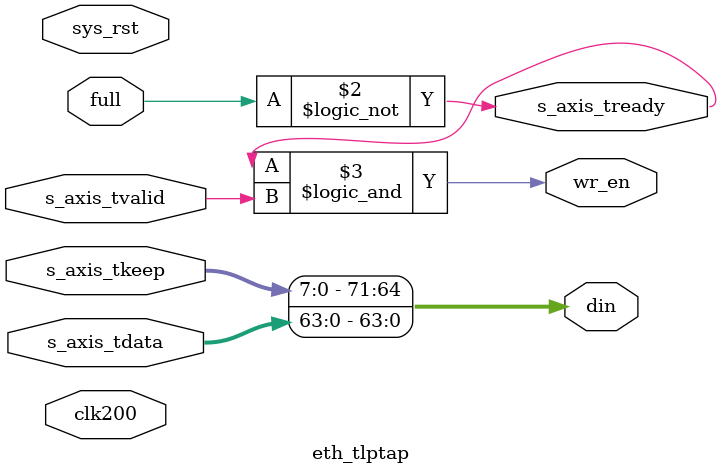
<source format=sv>
module eth_tlptap (
	input wire clk200,
	input wire sys_rst,

	// Eth+IP+UDP + TLP packet
	output logic        s_axis_tready,
	input  logic        s_axis_tvalid,
	input  logic [63:0] s_axis_tdata,
	input  logic [ 7:0] s_axis_tkeep,
//	input  logic        s_axis_tlast,
//	input  logic        s_axis_tuser,

	// TLP packet (FIFO write)
	output logic        wr_en,
	output logic [71:0] din,
	input  logic        full
);

always_comb begin
	s_axis_tready = !full;
	wr_en = s_axis_tready && s_axis_tvalid;
	din = {s_axis_tkeep, s_axis_tdata};
end

endmodule


</source>
